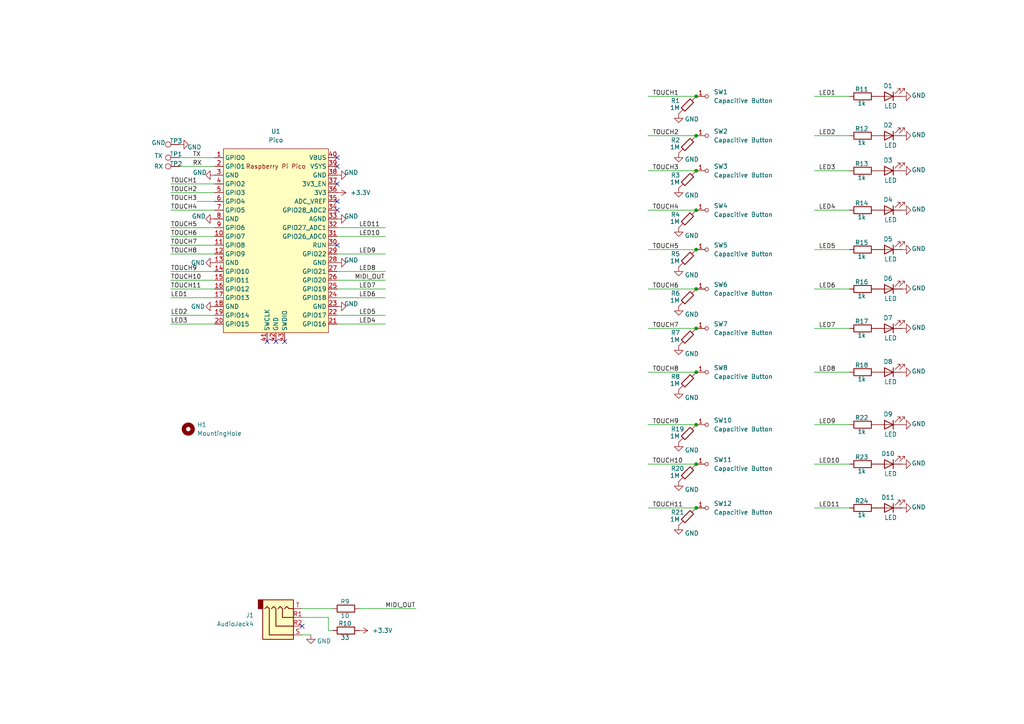
<source format=kicad_sch>
(kicad_sch (version 20231120) (generator "eeschema") (generator_version "8.0")
  (paper "A4")
  (lib_symbols
    (symbol "Connector:TestPoint" (pin_numbers hide) (pin_names (offset 0.762) hide)
      (property "Reference" "TP" (at 0 6.858 0))
      (property "Value" "TestPoint" (at 0 5.08 0))
      (symbol "TestPoint_0_1"
        (circle (center 0 3.302) (radius 0.762))
      )
      (symbol "TestPoint_1_1"
        (pin passive line (at 0 0 90) (length 2.54) (name "1") (number "1"))
      )
    )
    (symbol "Connector_Audio:AudioJack4"
      (property "Reference" "J" (at 0 8.89 0))
      (property "Value" "AudioJack4" (at 0 6.35 0))
      (symbol "AudioJack4_0_1"
        (rectangle (start -6.35 -5.08) (end -7.62 -7.62) (stroke (width 0.254)) (fill (type outline)))
        (polyline (pts (xy 0 -5.08) (xy 0.635 -5.715) (xy 1.27 -5.08) (xy 2.54 -5.08)) (stroke (width 0.254)))
        (polyline (pts (xy -5.715 -5.08) (xy -5.08 -5.715) (xy -4.445 -5.08) (xy -4.445 2.54) (xy 2.54 2.54)) (stroke (width 0.254)))
        (polyline (pts (xy -1.905 -5.08) (xy -1.27 -5.715) (xy -0.635 -5.08) (xy -0.635 -2.54) (xy 2.54 -2.54)) (stroke (width 0.254)))
        (polyline (pts (xy 2.54 0) (xy -2.54 0) (xy -2.54 -5.08) (xy -3.175 -5.715) (xy -3.81 -5.08)) (stroke (width 0.254)))
        (rectangle (start 2.54 3.81) (end -6.35 -7.62) (stroke (width 0.254)) (fill (type background)))
      )
      (symbol "AudioJack4_1_1"
        (pin passive line (at 5.08 -2.54 180) (length 2.54) (name "~") (number "R1"))
        (pin passive line (at 5.08 0 180) (length 2.54) (name "~") (number "R2"))
        (pin passive line (at 5.08 2.54 180) (length 2.54) (name "~") (number "S"))
        (pin passive line (at 5.08 -5.08 180) (length 2.54) (name "~") (number "T"))
      )
    )
    (symbol "Device:LED" (pin_numbers hide) (pin_names (offset 1.016) hide)
      (property "Reference" "D" (at 0 2.54 0))
      (property "Value" "LED" (at 0 -2.54 0))
      (symbol "LED_0_1"
        (polyline (pts (xy -1.27 -1.27) (xy -1.27 1.27)) (stroke (width 0.254)))
        (polyline (pts (xy -1.27 0) (xy 1.27 0)))
        (polyline (pts (xy 1.27 -1.27) (xy 1.27 1.27) (xy -1.27 0) (xy 1.27 -1.27)) (stroke (width 0.254)))
        (polyline (pts (xy -3.048 -0.762) (xy -4.572 -2.286) (xy -3.81 -2.286) (xy -4.572 -2.286) (xy -4.572 -1.524)))
        (polyline (pts (xy -1.778 -0.762) (xy -3.302 -2.286) (xy -2.54 -2.286) (xy -3.302 -2.286) (xy -3.302 -1.524)))
      )
      (symbol "LED_1_1"
        (pin passive line (at -3.81 0 0) (length 2.54) (name "K") (number "1"))
        (pin passive line (at 3.81 0 180) (length 2.54) (name "A") (number "2"))
      )
    )
    (symbol "Device:R" (pin_numbers hide) (pin_names (offset 0))
      (property "Reference" "R" (at 2.032 0 90))
      (property "Value" "R" (at 0 0 90))
      (symbol "R_0_1"
        (rectangle (start -1.016 -2.54) (end 1.016 2.54) (stroke (width 0.254)))
      )
      (symbol "R_1_1"
        (pin passive line (at 0 3.81 270) (length 1.27) (name "~") (number "1"))
        (pin passive line (at 0 -3.81 90) (length 1.27) (name "~") (number "2"))
      )
    )
    (symbol "Device:R_45deg" (pin_numbers hide) (pin_names (offset 0))
      (property "Reference" "R" (at 5.08 2.54 0))
      (property "Value" "R_45deg" (at 8.255 0.635 0))
      (symbol "R_45deg_0_1"
        (polyline (pts (xy -2.54 2.54) (xy -1.27 1.27)))
        (polyline (pts (xy 1.27 -1.27) (xy 2.54 -2.54)))
      )
      (symbol "R_45deg_1_1"
        (polyline (pts (xy -1.778 0.762) (xy 0.762 -1.778) (xy 1.778 -0.762) (xy -0.762 1.778) (xy -1.778 0.762)) (stroke (width 0.254)))
        (pin passive line (at -2.54 2.54 0) (length 0) (name "~") (number "1"))
        (pin passive line (at 2.54 -2.54 180) (length 0) (name "~") (number "2"))
      )
    )
    (symbol "MCU_RaspberryPi_and_Boards:Pico"
      (property "Reference" "U" (at -13.97 27.94 0))
      (property "Value" "Pico" (at 0 19.05 0))
      (symbol "Pico_0_0"
        (text "Raspberry Pi Pico" (at 0 21.59 0) (effects (font (size 1.27 1.27))))
      )
      (symbol "Pico_0_1"
        (rectangle (start -15.24 26.67) (end 15.24 -26.67) (fill (type background)))
      )
      (symbol "Pico_1_1"
        (pin bidirectional line (at -17.78 24.13 0) (length 2.54) (name "GPIO0") (number "1"))
        (pin bidirectional line (at -17.78 1.27 0) (length 2.54) (name "GPIO7") (number "10"))
        (pin bidirectional line (at -17.78 -1.27 0) (length 2.54) (name "GPIO8") (number "11"))
        (pin bidirectional line (at -17.78 -3.81 0) (length 2.54) (name "GPIO9") (number "12"))
        (pin power_in line (at -17.78 -6.35 0) (length 2.54) (name "GND") (number "13"))
        (pin bidirectional line (at -17.78 -8.89 0) (length 2.54) (name "GPIO10") (number "14"))
        (pin bidirectional line (at -17.78 -11.43 0) (length 2.54) (name "GPIO11") (number "15"))
        (pin bidirectional line (at -17.78 -13.97 0) (length 2.54) (name "GPIO12") (number "16"))
        (pin bidirectional line (at -17.78 -16.51 0) (length 2.54) (name "GPIO13") (number "17"))
        (pin power_in line (at -17.78 -19.05 0) (length 2.54) (name "GND") (number "18"))
        (pin bidirectional line (at -17.78 -21.59 0) (length 2.54) (name "GPIO14") (number "19"))
        (pin bidirectional line (at -17.78 21.59 0) (length 2.54) (name "GPIO1") (number "2"))
        (pin bidirectional line (at -17.78 -24.13 0) (length 2.54) (name "GPIO15") (number "20"))
        (pin bidirectional line (at 17.78 -24.13 180) (length 2.54) (name "GPIO16") (number "21"))
        (pin bidirectional line (at 17.78 -21.59 180) (length 2.54) (name "GPIO17") (number "22"))
        (pin power_in line (at 17.78 -19.05 180) (length 2.54) (name "GND") (number "23"))
        (pin bidirectional line (at 17.78 -16.51 180) (length 2.54) (name "GPIO18") (number "24"))
        (pin bidirectional line (at 17.78 -13.97 180) (length 2.54) (name "GPIO19") (number "25"))
        (pin bidirectional line (at 17.78 -11.43 180) (length 2.54) (name "GPIO20") (number "26"))
        (pin bidirectional line (at 17.78 -8.89 180) (length 2.54) (name "GPIO21") (number "27"))
        (pin power_in line (at 17.78 -6.35 180) (length 2.54) (name "GND") (number "28"))
        (pin bidirectional line (at 17.78 -3.81 180) (length 2.54) (name "GPIO22") (number "29"))
        (pin power_in line (at -17.78 19.05 0) (length 2.54) (name "GND") (number "3"))
        (pin input line (at 17.78 -1.27 180) (length 2.54) (name "RUN") (number "30"))
        (pin bidirectional line (at 17.78 1.27 180) (length 2.54) (name "GPIO26_ADC0") (number "31"))
        (pin bidirectional line (at 17.78 3.81 180) (length 2.54) (name "GPIO27_ADC1") (number "32"))
        (pin power_in line (at 17.78 6.35 180) (length 2.54) (name "AGND") (number "33"))
        (pin bidirectional line (at 17.78 8.89 180) (length 2.54) (name "GPIO28_ADC2") (number "34"))
        (pin power_in line (at 17.78 11.43 180) (length 2.54) (name "ADC_VREF") (number "35"))
        (pin power_out line (at 17.78 13.97 180) (length 2.54) (name "3V3") (number "36"))
        (pin input line (at 17.78 16.51 180) (length 2.54) (name "3V3_EN") (number "37"))
        (pin power_in line (at 17.78 19.05 180) (length 2.54) (name "GND") (number "38"))
        (pin power_in line (at 17.78 21.59 180) (length 2.54) (name "VSYS") (number "39"))
        (pin bidirectional line (at -17.78 16.51 0) (length 2.54) (name "GPIO2") (number "4"))
        (pin power_in line (at 17.78 24.13 180) (length 2.54) (name "VBUS") (number "40"))
        (pin input line (at -2.54 -29.21 90) (length 2.54) (name "SWCLK") (number "41"))
        (pin power_in line (at 0 -29.21 90) (length 2.54) (name "GND") (number "42"))
        (pin bidirectional line (at 2.54 -29.21 90) (length 2.54) (name "SWDIO") (number "43"))
        (pin bidirectional line (at -17.78 13.97 0) (length 2.54) (name "GPIO3") (number "5"))
        (pin bidirectional line (at -17.78 11.43 0) (length 2.54) (name "GPIO4") (number "6"))
        (pin bidirectional line (at -17.78 8.89 0) (length 2.54) (name "GPIO5") (number "7"))
        (pin power_in line (at -17.78 6.35 0) (length 2.54) (name "GND") (number "8"))
        (pin bidirectional line (at -17.78 3.81 0) (length 2.54) (name "GPIO6") (number "9"))
      )
    )
    (symbol "Mechanical:MountingHole" (pin_names (offset 1.016)) (exclude_from_sim yes) (in_bom no)
      (property "Reference" "H" (at 0 5.08 0))
      (property "Value" "MountingHole" (at 0 3.175 0))
      (symbol "MountingHole_0_1"
        (circle (center 0 0) (radius 1.27) (stroke (width 1.27)))
      )
    )
    (symbol "SparkFun-Switch:Capacitive Button" (pin_names (offset 0) hide)
      (property "Reference" "SW" (at 0 5.08 0))
      (property "Value" "Capacitive Button" (at 0 -2.54 0))
      (symbol "Capacitive Button_0_0"
        (circle (center 0 3.048) (radius 0.508))
      )
      (symbol "Capacitive Button_1_1"
        (pin passive line (at 0 0 90) (length 2.54) (name "A") (number "1"))
      )
    )
    (symbol "power:+3.3V" (power) (pin_numbers hide) (pin_names (offset 0) hide)
      (property "Value" "+3.3V" (at 0 3.556 0))
      (symbol "+3.3V_0_1"
        (polyline (pts (xy -0.762 1.27) (xy 0 2.54)))
        (polyline (pts (xy 0 0) (xy 0 2.54)))
        (polyline (pts (xy 0 2.54) (xy 0.762 1.27)))
      )
      (symbol "+3.3V_1_1"
        (pin power_in line (at 0 0 90) (length 0) (name "~") (number "1"))
      )
    )
    (symbol "power:GND" (power) (pin_numbers hide) (pin_names (offset 0) hide)
      (property "Value" "GND" (at 0 -3.81 0))
      (symbol "GND_0_1"
        (polyline (pts (xy 0 0) (xy 0 -1.27) (xy 1.27 -1.27) (xy 0 -2.54) (xy -1.27 -1.27) (xy 0 -1.27)))
      )
      (symbol "GND_1_1"
        (pin power_in line (at 0 0 270) (length 0) (name "~") (number "1"))
      )
    )
  )
  (junction (at 201.93 72.39))
  (junction (at 201.93 147.32))
  (junction (at 201.93 49.53))
  (junction (at 201.93 134.62))
  (junction (at 201.93 39.37))
  (junction (at 201.93 107.95))
  (junction (at 201.93 83.82))
  (junction (at 201.93 123.19))
  (junction (at 201.93 60.96))
  (junction (at 201.93 27.94))
  (junction (at 201.93 95.25))
  (no_connect (at 82.55 99.06))
  (no_connect (at 80.01 99.06))
  (no_connect (at 77.47 99.06))
  (no_connect (at 97.79 53.34))
  (no_connect (at 97.79 71.12))
  (no_connect (at 97.79 60.96))
  (no_connect (at 97.79 48.26))
  (no_connect (at 97.79 58.42))
  (no_connect (at 97.79 45.72))
  (no_connect (at 87.63 181.61))
  (wire (pts (xy 49.53 81.28) (xy 62.23 81.28)))
  (wire (pts (xy 97.79 91.44) (xy 111.76 91.44)))
  (wire (pts (xy 49.53 78.74) (xy 62.23 78.74)))
  (wire (pts (xy 49.53 53.34) (xy 62.23 53.34)))
  (wire (pts (xy 187.96 49.53) (xy 201.93 49.53)))
  (wire (pts (xy 57.15 58.42) (xy 62.23 58.42)))
  (wire (pts (xy 187.96 60.96) (xy 201.93 60.96)))
  (wire (pts (xy 236.22 147.32) (xy 246.38 147.32)))
  (wire (pts (xy 49.53 60.96) (xy 62.23 60.96)))
  (wire (pts (xy 87.63 179.07) (xy 95.25 179.07)))
  (wire (pts (xy 104.14 176.53) (xy 120.65 176.53)))
  (wire (pts (xy 52.07 45.72) (xy 62.23 45.72)))
  (wire (pts (xy 49.53 55.88) (xy 62.23 55.88)))
  (wire (pts (xy 97.79 86.36) (xy 111.76 86.36)))
  (wire (pts (xy 97.79 83.82) (xy 111.76 83.82)))
  (wire (pts (xy 49.53 83.82) (xy 62.23 83.82)))
  (wire (pts (xy 97.79 81.28) (xy 111.76 81.28)))
  (wire (pts (xy 236.22 123.19) (xy 246.38 123.19)))
  (wire (pts (xy 236.22 134.62) (xy 246.38 134.62)))
  (wire (pts (xy 187.96 123.19) (xy 201.93 123.19)))
  (wire (pts (xy 236.22 95.25) (xy 246.38 95.25)))
  (wire (pts (xy 49.53 86.36) (xy 62.23 86.36)))
  (wire (pts (xy 236.22 83.82) (xy 246.38 83.82)))
  (wire (pts (xy 97.79 73.66) (xy 111.76 73.66)))
  (wire (pts (xy 87.63 184.15) (xy 90.17 184.15)))
  (wire (pts (xy 236.22 49.53) (xy 246.38 49.53)))
  (wire (pts (xy 236.22 72.39) (xy 246.38 72.39)))
  (wire (pts (xy 97.79 93.98) (xy 111.76 93.98)))
  (wire (pts (xy 49.53 66.04) (xy 62.23 66.04)))
  (wire (pts (xy 187.96 39.37) (xy 201.93 39.37)))
  (wire (pts (xy 187.96 107.95) (xy 201.93 107.95)))
  (wire (pts (xy 187.96 83.82) (xy 201.93 83.82)))
  (wire (pts (xy 52.07 48.26) (xy 62.23 48.26)))
  (wire (pts (xy 187.96 27.94) (xy 201.93 27.94)))
  (wire (pts (xy 97.79 78.74) (xy 111.76 78.74)))
  (wire (pts (xy 187.96 72.39) (xy 201.93 72.39)))
  (wire (pts (xy 49.53 68.58) (xy 62.23 68.58)))
  (wire (pts (xy 95.25 179.07) (xy 95.25 182.88)))
  (wire (pts (xy 49.53 71.12) (xy 62.23 71.12)))
  (wire (pts (xy 187.96 147.32) (xy 201.93 147.32)))
  (wire (pts (xy 97.79 66.04) (xy 111.76 66.04)))
  (wire (pts (xy 236.22 39.37) (xy 246.38 39.37)))
  (wire (pts (xy 87.63 176.53) (xy 96.52 176.53)))
  (wire (pts (xy 236.22 27.94) (xy 246.38 27.94)))
  (wire (pts (xy 97.79 68.58) (xy 111.76 68.58)))
  (wire (pts (xy 49.53 91.44) (xy 62.23 91.44)))
  (wire (pts (xy 95.25 182.88) (xy 96.52 182.88)))
  (wire (pts (xy 187.96 134.62) (xy 201.93 134.62)))
  (wire (pts (xy 49.53 73.66) (xy 62.23 73.66)))
  (wire (pts (xy 236.22 107.95) (xy 246.38 107.95)))
  (wire (pts (xy 49.53 93.98) (xy 62.23 93.98)))
  (wire (pts (xy 187.96 95.25) (xy 201.93 95.25)))
  (wire (pts (xy 236.22 60.96) (xy 246.38 60.96)))
  (label "TOUCH6" (at 49.53 68.58 0))
  (label "TOUCH2" (at 189.23 39.37 0))
  (label "LED10" (at 237.49 134.62 0))
  (label "LED6" (at 104.14 86.36 0))
  (label "LED7" (at 237.49 95.25 0))
  (label "TOUCH7" (at 189.23 95.25 0))
  (label "TOUCH3" (at 189.23 49.53 0))
  (label "TOUCH6" (at 189.23 83.82 0))
  (label "LED5" (at 104.14 91.44 0))
  (label "MIDI_OUT" (at 111.76 176.53 0))
  (label "TX" (at 55.88 45.72 0))
  (label "TOUCH8" (at 49.53 73.66 0))
  (label "TOUCH10" (at 49.53 81.28 0))
  (label "LED3" (at 49.53 93.98 0))
  (label "TOUCH9" (at 49.53 78.74 0))
  (label "LED9" (at 237.49 123.19 0))
  (label "TOUCH5" (at 189.23 72.39 0))
  (label "LED3" (at 237.49 49.53 0))
  (label "TOUCH9" (at 189.23 123.19 0))
  (label "LED11" (at 104.14 66.04 0))
  (label "TOUCH4" (at 189.23 60.96 0))
  (label "LED8" (at 237.49 107.95 0))
  (label "LED9" (at 104.14 73.66 0))
  (label "TOUCH11" (at 49.53 83.82 0))
  (label "LED5" (at 237.49 72.39 0))
  (label "TOUCH10" (at 189.23 134.62 0))
  (label "LED1" (at 237.49 27.94 0))
  (label "MIDI_OUT" (at 102.87 81.28 0))
  (label "LED1" (at 49.53 86.36 0))
  (label "LED11" (at 237.49 147.32 0))
  (label "LED2" (at 49.53 91.44 0))
  (label "TOUCH1" (at 49.53 53.34 0))
  (label "LED2" (at 237.49 39.37 0))
  (label "TOUCH1" (at 189.23 27.94 0))
  (label "TOUCH11" (at 189.23 147.32 0))
  (label "TOUCH7" (at 49.53 71.12 0))
  (label "LED6" (at 237.49 83.82 0))
  (label "TOUCH3" (at 57.15 58.42 180))
  (label "TOUCH8" (at 189.23 107.95 0))
  (label "LED4" (at 104.14 93.98 0))
  (label "LED7" (at 104.14 83.82 0))
  (label "LED10" (at 104.14 68.58 0))
  (label "TOUCH5" (at 49.53 66.04 0))
  (label "RX" (at 55.88 48.26 0))
  (label "LED4" (at 237.49 60.96 0))
  (label "LED8" (at 104.14 78.74 0))
  (label "TOUCH2" (at 49.53 55.88 0))
  (label "TOUCH4" (at 49.53 60.96 0))
  (symbol (lib_id "Device:R") (at 250.19 95.25 90) (unit 1)
    (property "Reference" "R17" (at 249.936 93.218 90))
    (property "Value" "1k" (at 249.936 97.282 90))
    (property "Footprint" "Resistor_SMD:R_0603_1608Metric" (effects (hide yes)))
    (property "Description" "Resistor" (effects (hide yes)))
  )
  (symbol (lib_id "Connector:TestPoint") (at 52.07 41.91 90) (unit 1)
    (property "Reference" "TP3" (at 51.054 40.894 90))
    (property "Value" "GND" (at 45.974 41.402 90))
    (property "Footprint" "TestPoint:TestPoint_Pad_D2.0mm" (effects (hide yes)))
    (property "Description" "test point" (effects (hide yes)))
  )
  (symbol (lib_id "Device:LED") (at 257.81 107.95 180) (unit 1)
    (property "Reference" "D8" (at 257.556 104.902 0))
    (property "Value" "LED" (at 258.318 110.744 0))
    (property "Footprint" "todbot_stuff:LED1206_LTST-C230KRKT-cutout" (effects (hide yes)))
    (property "Description" "Light emitting diode" (effects (hide yes)))
    (property "LCSC" "C125107" (effects (hide yes)))
  )
  (symbol (lib_id "Device:R_45deg") (at 199.39 41.91 270) (unit 1)
    (property "Reference" "R2" (at 194.564 40.64 90) (effects (justify left)))
    (property "Value" "1M" (at 194.31 42.672 90) (effects (justify left)))
    (property "Footprint" "Resistor_SMD:R_0603_1608Metric" (effects (hide yes)))
    (property "Description" "Resistor, rotated by 45°" (effects (hide yes)))
  )
  (symbol (lib_id "SparkFun-Switch:Capacitive Button") (at 201.93 107.95 270) (unit 1) (in_bom no)
    (property "Reference" "SW8" (at 207.01 106.6799 90) (effects (justify left)))
    (property "Value" "Capacitive Button" (at 207.01 109.2199 90) (effects (justify left)))
    (property "Footprint" "SparkFun-Switch:Pad-CapacitiveTouch" (effects (hide yes)))
    (property "Description" "Single Pole Single Throw (SPST) switch" (effects (hide yes)))
  )
  (symbol (lib_id "Device:R_45deg") (at 199.39 52.07 270) (unit 1)
    (property "Reference" "R3" (at 194.564 50.8 90) (effects (justify left)))
    (property "Value" "1M" (at 194.31 52.832 90) (effects (justify left)))
    (property "Footprint" "Resistor_SMD:R_0603_1608Metric" (effects (hide yes)))
    (property "Description" "Resistor, rotated by 45°" (effects (hide yes)))
  )
  (symbol (lib_id "power:GND") (at 261.62 83.82 90) (unit 1)
    (property "Reference" "#PWR027" (effects (hide yes)))
    (property "Value" "GND" (at 266.446 83.566 90))
    (property "Description" "Power symbol creates a global label with name \"GND\" , ground" (effects (hide yes)))
  )
  (symbol (lib_id "Device:LED") (at 257.81 134.62 180) (unit 1)
    (property "Reference" "D10" (at 257.556 131.572 0))
    (property "Value" "LED" (at 258.318 137.414 0))
    (property "Footprint" "todbot_stuff:LED1206_LTST-C230KRKT-cutout" (effects (hide yes)))
    (property "Description" "Light emitting diode" (effects (hide yes)))
    (property "LCSC" "C125107" (effects (hide yes)))
  )
  (symbol (lib_id "power:GND") (at 196.85 54.61 0) (unit 1)
    (property "Reference" "#PWR03" (effects (hide yes)))
    (property "Value" "GND" (at 200.66 56.642 0))
    (property "Description" "Power symbol creates a global label with name \"GND\" , ground" (effects (hide yes)))
  )
  (symbol (lib_id "power:GND") (at 261.62 147.32 90) (unit 1)
    (property "Reference" "#PWR032" (effects (hide yes)))
    (property "Value" "GND" (at 266.446 147.066 90))
    (property "Description" "Power symbol creates a global label with name \"GND\" , ground" (effects (hide yes)))
  )
  (symbol (lib_id "power:GND") (at 261.62 123.19 90) (unit 1)
    (property "Reference" "#PWR030" (effects (hide yes)))
    (property "Value" "GND" (at 266.446 122.936 90))
    (property "Description" "Power symbol creates a global label with name \"GND\" , ground" (effects (hide yes)))
  )
  (symbol (lib_id "power:GND") (at 62.23 50.8 270) (unit 1)
    (property "Reference" "#PWR041" (effects (hide yes)))
    (property "Value" "GND" (at 57.912 50.038 90))
    (property "Description" "Power symbol creates a global label with name \"GND\" , ground" (effects (hide yes)))
  )
  (symbol (lib_id "power:GND") (at 62.23 63.5 270) (unit 1)
    (property "Reference" "#PWR040" (effects (hide yes)))
    (property "Value" "GND" (at 57.658 62.738 90))
    (property "Description" "Power symbol creates a global label with name \"GND\" , ground" (effects (hide yes)))
  )
  (symbol (lib_id "Device:LED") (at 257.81 123.19 180) (unit 1)
    (property "Reference" "D9" (at 257.556 120.142 0))
    (property "Value" "LED" (at 258.318 125.984 0))
    (property "Footprint" "todbot_stuff:LED1206_LTST-C230KRKT-cutout" (effects (hide yes)))
    (property "Description" "Light emitting diode" (effects (hide yes)))
    (property "LCSC" "C125107" (effects (hide yes)))
  )
  (symbol (lib_id "Device:R") (at 250.19 107.95 90) (unit 1)
    (property "Reference" "R18" (at 249.936 105.918 90))
    (property "Value" "1k" (at 249.936 109.982 90))
    (property "Footprint" "Resistor_SMD:R_0603_1608Metric" (effects (hide yes)))
    (property "Description" "Resistor" (effects (hide yes)))
  )
  (symbol (lib_id "power:GND") (at 196.85 113.03 0) (unit 1)
    (property "Reference" "#PWR08" (effects (hide yes)))
    (property "Value" "GND" (at 200.66 115.316 0))
    (property "Description" "Power symbol creates a global label with name \"GND\" , ground" (effects (hide yes)))
  )
  (symbol (lib_id "Device:R") (at 250.19 83.82 90) (unit 1)
    (property "Reference" "R16" (at 249.936 81.788 90))
    (property "Value" "1k" (at 249.936 85.852 90))
    (property "Footprint" "Resistor_SMD:R_0603_1608Metric" (effects (hide yes)))
    (property "Description" "Resistor" (effects (hide yes)))
  )
  (symbol (lib_id "power:GND") (at 196.85 44.45 0) (unit 1)
    (property "Reference" "#PWR02" (effects (hide yes)))
    (property "Value" "GND" (at 200.66 46.228 0))
    (property "Description" "Power symbol creates a global label with name \"GND\" , ground" (effects (hide yes)))
  )
  (symbol (lib_id "Device:LED") (at 257.81 147.32 180) (unit 1)
    (property "Reference" "D11" (at 257.556 144.272 0))
    (property "Value" "LED" (at 258.318 150.114 0))
    (property "Footprint" "todbot_stuff:LED1206_LTST-C230KRKT-cutout" (effects (hide yes)))
    (property "Description" "Light emitting diode" (effects (hide yes)))
    (property "LCSC" "C125107" (effects (hide yes)))
  )
  (symbol (lib_id "Device:LED") (at 257.81 83.82 180) (unit 1)
    (property "Reference" "D6" (at 257.556 80.772 0))
    (property "Value" "LED" (at 258.318 86.614 0))
    (property "Footprint" "todbot_stuff:LED1206_LTST-C230KRKT-cutout" (effects (hide yes)))
    (property "Description" "Light emitting diode" (effects (hide yes)))
    (property "LCSC" "C125107" (effects (hide yes)))
  )
  (symbol (lib_id "power:GND") (at 196.85 100.33 0) (unit 1)
    (property "Reference" "#PWR07" (effects (hide yes)))
    (property "Value" "GND" (at 200.66 102.616 0))
    (property "Description" "Power symbol creates a global label with name \"GND\" , ground" (effects (hide yes)))
  )
  (symbol (lib_id "Device:R") (at 250.19 27.94 90) (unit 1)
    (property "Reference" "R11" (at 249.936 25.908 90))
    (property "Value" "1k" (at 249.936 29.972 90))
    (property "Footprint" "Resistor_SMD:R_0603_1608Metric" (effects (hide yes)))
    (property "Description" "Resistor" (effects (hide yes)))
  )
  (symbol (lib_id "Device:R") (at 250.19 39.37 90) (unit 1)
    (property "Reference" "R12" (at 249.936 37.338 90))
    (property "Value" "1k" (at 249.936 41.402 90))
    (property "Footprint" "Resistor_SMD:R_0603_1608Metric" (effects (hide yes)))
    (property "Description" "Resistor" (effects (hide yes)))
  )
  (symbol (lib_id "power:GND") (at 97.79 63.5 90) (unit 1)
    (property "Reference" "#PWR035" (effects (hide yes)))
    (property "Value" "GND" (at 101.854 62.738 90))
    (property "Description" "Power symbol creates a global label with name \"GND\" , ground" (effects (hide yes)))
  )
  (symbol (lib_id "Device:R") (at 250.19 123.19 90) (unit 1)
    (property "Reference" "R22" (at 249.936 121.158 90))
    (property "Value" "1k" (at 249.936 125.222 90))
    (property "Footprint" "Resistor_SMD:R_0603_1608Metric" (effects (hide yes)))
    (property "Description" "Resistor" (effects (hide yes)))
  )
  (symbol (lib_id "Device:R_45deg") (at 199.39 30.48 270) (unit 1)
    (property "Reference" "R1" (at 194.564 29.21 90) (effects (justify left)))
    (property "Value" "1M" (at 194.31 31.242 90) (effects (justify left)))
    (property "Footprint" "Resistor_SMD:R_0603_1608Metric" (effects (hide yes)))
    (property "Description" "Resistor, rotated by 45°" (effects (hide yes)))
  )
  (symbol (lib_id "power:GND") (at 196.85 33.02 0) (unit 1)
    (property "Reference" "#PWR01" (effects (hide yes)))
    (property "Value" "GND" (at 200.66 34.544 0))
    (property "Description" "Power symbol creates a global label with name \"GND\" , ground" (effects (hide yes)))
  )
  (symbol (lib_id "SparkFun-Switch:Capacitive Button") (at 201.93 83.82 270) (unit 1) (in_bom no)
    (property "Reference" "SW6" (at 207.01 82.5499 90) (effects (justify left)))
    (property "Value" "Capacitive Button" (at 207.01 85.0899 90) (effects (justify left)))
    (property "Footprint" "SparkFun-Switch:Pad-CapacitiveTouch" (effects (hide yes)))
    (property "Description" "Single Pole Single Throw (SPST) switch" (effects (hide yes)))
  )
  (symbol (lib_id "power:GND") (at 90.17 184.15 0) (unit 1)
    (property "Reference" "#PWR012" (effects (hide yes)))
    (property "Value" "GND" (at 93.98 185.928 0))
    (property "Description" "Power symbol creates a global label with name \"GND\" , ground" (effects (hide yes)))
  )
  (symbol (lib_id "Device:R") (at 250.19 147.32 90) (unit 1)
    (property "Reference" "R24" (at 249.936 145.288 90))
    (property "Value" "1k" (at 249.936 149.352 90))
    (property "Footprint" "Resistor_SMD:R_0603_1608Metric" (effects (hide yes)))
    (property "Description" "Resistor" (effects (hide yes)))
  )
  (symbol (lib_id "Device:R_45deg") (at 199.39 149.86 270) (unit 1)
    (property "Reference" "R21" (at 194.564 148.59 90) (effects (justify left)))
    (property "Value" "1M" (at 194.31 150.622 90) (effects (justify left)))
    (property "Footprint" "Resistor_SMD:R_0603_1608Metric" (effects (hide yes)))
    (property "Description" "Resistor, rotated by 45°" (effects (hide yes)))
  )
  (symbol (lib_id "Device:LED") (at 257.81 72.39 180) (unit 1)
    (property "Reference" "D5" (at 257.556 69.342 0))
    (property "Value" "LED" (at 258.318 75.184 0))
    (property "Footprint" "todbot_stuff:LED1206_LTST-C230KRKT-cutout" (effects (hide yes)))
    (property "Description" "Light emitting diode" (effects (hide yes)))
    (property "LCSC" "C125107" (effects (hide yes)))
  )
  (symbol (lib_id "power:GND") (at 196.85 128.27 0) (unit 1)
    (property "Reference" "#PWR022" (effects (hide yes)))
    (property "Value" "GND" (at 200.66 130.556 0))
    (property "Description" "Power symbol creates a global label with name \"GND\" , ground" (effects (hide yes)))
  )
  (symbol (lib_id "Device:R_45deg") (at 199.39 86.36 270) (unit 1)
    (property "Reference" "R6" (at 194.564 85.09 90) (effects (justify left)))
    (property "Value" "1M" (at 194.31 87.122 90) (effects (justify left)))
    (property "Footprint" "Resistor_SMD:R_0603_1608Metric" (effects (hide yes)))
    (property "Description" "Resistor, rotated by 45°" (effects (hide yes)))
  )
  (symbol (lib_id "SparkFun-Switch:Capacitive Button") (at 201.93 134.62 270) (unit 1) (in_bom no)
    (property "Reference" "SW11" (at 207.01 133.3499 90) (effects (justify left)))
    (property "Value" "Capacitive Button" (at 207.01 135.8899 90) (effects (justify left)))
    (property "Footprint" "SparkFun-Switch:Pad-CapacitiveTouch" (effects (hide yes)))
    (property "Description" "Single Pole Single Throw (SPST) switch" (effects (hide yes)))
  )
  (symbol (lib_id "power:GND") (at 261.62 107.95 90) (unit 1)
    (property "Reference" "#PWR029" (effects (hide yes)))
    (property "Value" "GND" (at 266.446 107.696 90))
    (property "Description" "Power symbol creates a global label with name \"GND\" , ground" (effects (hide yes)))
  )
  (symbol (lib_id "power:GND") (at 52.07 41.91 90) (unit 1)
    (property "Reference" "#PWR010" (effects (hide yes)))
    (property "Value" "GND" (at 56.388 42.672 90))
    (property "Description" "Power symbol creates a global label with name \"GND\" , ground" (effects (hide yes)))
  )
  (symbol (lib_id "power:GND") (at 261.62 60.96 90) (unit 1)
    (property "Reference" "#PWR025" (effects (hide yes)))
    (property "Value" "GND" (at 266.446 60.706 90))
    (property "Description" "Power symbol creates a global label with name \"GND\" , ground" (effects (hide yes)))
  )
  (symbol (lib_id "Device:R") (at 100.33 182.88 90) (unit 1)
    (property "Reference" "R10" (at 100.076 180.848 90))
    (property "Value" "33" (at 100.076 184.912 90))
    (property "Footprint" "Resistor_SMD:R_0603_1608Metric" (effects (hide yes)))
    (property "Description" "Resistor" (effects (hide yes)))
  )
  (symbol (lib_id "power:GND") (at 62.23 76.2 270) (unit 1)
    (property "Reference" "#PWR039" (effects (hide yes)))
    (property "Value" "GND" (at 57.404 76.2 90))
    (property "Description" "Power symbol creates a global label with name \"GND\" , ground" (effects (hide yes)))
  )
  (symbol (lib_id "Device:R_45deg") (at 199.39 110.49 270) (unit 1)
    (property "Reference" "R8" (at 194.564 109.22 90) (effects (justify left)))
    (property "Value" "1M" (at 194.31 111.252 90) (effects (justify left)))
    (property "Footprint" "Resistor_SMD:R_0603_1608Metric" (effects (hide yes)))
    (property "Description" "Resistor, rotated by 45°" (effects (hide yes)))
  )
  (symbol (lib_id "power:GND") (at 97.79 76.2 90) (unit 1)
    (property "Reference" "#PWR036" (effects (hide yes)))
    (property "Value" "GND" (at 101.854 75.438 90))
    (property "Description" "Power symbol creates a global label with name \"GND\" , ground" (effects (hide yes)))
  )
  (symbol (lib_id "Device:R_45deg") (at 199.39 63.5 270) (unit 1)
    (property "Reference" "R4" (at 194.564 62.23 90) (effects (justify left)))
    (property "Value" "1M" (at 194.31 64.262 90) (effects (justify left)))
    (property "Footprint" "Resistor_SMD:R_0603_1608Metric" (effects (hide yes)))
    (property "Description" "Resistor, rotated by 45°" (effects (hide yes)))
  )
  (symbol (lib_id "power:GND") (at 97.79 88.9 90) (unit 1)
    (property "Reference" "#PWR037" (effects (hide yes)))
    (property "Value" "GND" (at 101.854 88.138 90))
    (property "Description" "Power symbol creates a global label with name \"GND\" , ground" (effects (hide yes)))
  )
  (symbol (lib_id "Connector:TestPoint") (at 52.07 48.26 90) (unit 1)
    (property "Reference" "TP2" (at 51.054 47.498 90))
    (property "Value" "RX" (at 45.974 48.26 90))
    (property "Footprint" "TestPoint:TestPoint_Pad_D2.0mm" (effects (hide yes)))
    (property "Description" "test point" (effects (hide yes)))
  )
  (symbol (lib_id "Device:LED") (at 257.81 60.96 180) (unit 1)
    (property "Reference" "D4" (at 257.556 57.912 0))
    (property "Value" "LED" (at 258.318 63.754 0))
    (property "Footprint" "todbot_stuff:LED1206_LTST-C230KRKT-cutout" (effects (hide yes)))
    (property "Description" "Light emitting diode" (effects (hide yes)))
    (property "LCSC" "C125107" (effects (hide yes)))
  )
  (symbol (lib_id "Mechanical:MountingHole") (at 54.61 124.46 0) (unit 1) (exclude_from_sim yes) (in_bom no)
    (property "Reference" "H1" (at 57.15 123.1899 0) (effects (justify left)))
    (property "Value" "MountingHole" (at 57.15 125.7299 0) (effects (justify left)))
    (property "Footprint" "MountingHole:MountingHole_2.5mm" (effects (hide yes)))
    (property "Description" "Mounting Hole without connection" (effects (hide yes)))
  )
  (symbol (lib_id "Device:LED") (at 257.81 95.25 180) (unit 1)
    (property "Reference" "D7" (at 257.556 92.202 0))
    (property "Value" "LED" (at 258.318 98.044 0))
    (property "Footprint" "todbot_stuff:LED1206_LTST-C230KRKT-cutout" (effects (hide yes)))
    (property "Description" "Light emitting diode" (effects (hide yes)))
    (property "LCSC" "C125107" (effects (hide yes)))
  )
  (symbol (lib_id "power:GND") (at 196.85 88.9 0) (unit 1)
    (property "Reference" "#PWR06" (effects (hide yes)))
    (property "Value" "GND" (at 200.66 91.186 0))
    (property "Description" "Power symbol creates a global label with name \"GND\" , ground" (effects (hide yes)))
  )
  (symbol (lib_id "SparkFun-Switch:Capacitive Button") (at 201.93 95.25 270) (unit 1) (in_bom no)
    (property "Reference" "SW7" (at 207.01 93.9799 90) (effects (justify left)))
    (property "Value" "Capacitive Button" (at 207.01 96.5199 90) (effects (justify left)))
    (property "Footprint" "SparkFun-Switch:Pad-CapacitiveTouch" (effects (hide yes)))
    (property "Description" "Single Pole Single Throw (SPST) switch" (effects (hide yes)))
  )
  (symbol (lib_id "power:GND") (at 196.85 66.04 0) (unit 1)
    (property "Reference" "#PWR04" (effects (hide yes)))
    (property "Value" "GND" (at 200.66 68.326 0))
    (property "Description" "Power symbol creates a global label with name \"GND\" , ground" (effects (hide yes)))
  )
  (symbol (lib_id "Device:R") (at 250.19 134.62 90) (unit 1)
    (property "Reference" "R23" (at 249.936 132.588 90))
    (property "Value" "1k" (at 249.936 136.652 90))
    (property "Footprint" "Resistor_SMD:R_0603_1608Metric" (effects (hide yes)))
    (property "Description" "Resistor" (effects (hide yes)))
  )
  (symbol (lib_id "power:GND") (at 261.62 39.37 90) (unit 1)
    (property "Reference" "#PWR020" (effects (hide yes)))
    (property "Value" "GND" (at 266.446 39.116 90))
    (property "Description" "Power symbol creates a global label with name \"GND\" , ground" (effects (hide yes)))
  )
  (symbol (lib_id "Connector_Audio:AudioJack4") (at 82.55 181.61 0) (mirror x) (unit 1)
    (property "Reference" "J1" (at 73.66 178.4349 0) (effects (justify right)))
    (property "Value" "AudioJack4" (at 73.66 180.9749 0) (effects (justify right)))
    (property "Footprint" "todbot_stuff:Jack_3.5mm_PJ320D_Horizontal" (effects (hide yes)))
    (property "Description" "Audio Jack, 4 Poles (TRRS)" (effects (hide yes)))
  )
  (symbol (lib_id "Device:R_45deg") (at 199.39 125.73 270) (unit 1)
    (property "Reference" "R19" (at 194.564 124.46 90) (effects (justify left)))
    (property "Value" "1M" (at 194.31 126.492 90) (effects (justify left)))
    (property "Footprint" "Resistor_SMD:R_0603_1608Metric" (effects (hide yes)))
    (property "Description" "Resistor, rotated by 45°" (effects (hide yes)))
  )
  (symbol (lib_id "power:GND") (at 261.62 134.62 90) (unit 1)
    (property "Reference" "#PWR031" (effects (hide yes)))
    (property "Value" "GND" (at 266.446 134.366 90))
    (property "Description" "Power symbol creates a global label with name \"GND\" , ground" (effects (hide yes)))
  )
  (symbol (lib_id "power:+3.3V") (at 104.14 182.88 270) (unit 1)
    (property "Reference" "#PWR09" (effects (hide yes)))
    (property "Value" "+3.3V" (at 107.95 182.8799 90) (effects (justify left)))
    (property "Description" "Power symbol creates a global label with name \"+3.3V\"" (effects (hide yes)))
  )
  (symbol (lib_id "Device:R") (at 100.33 176.53 90) (unit 1)
    (property "Reference" "R9" (at 100.076 174.498 90))
    (property "Value" "10" (at 100.076 178.562 90))
    (property "Footprint" "Resistor_SMD:R_0603_1608Metric" (effects (hide yes)))
    (property "Description" "Resistor" (effects (hide yes)))
  )
  (symbol (lib_id "power:+3.3V") (at 97.79 55.88 270) (unit 1)
    (property "Reference" "#PWR033" (effects (hide yes)))
    (property "Value" "+3.3V" (at 101.6 55.8799 90) (effects (justify left)))
    (property "Description" "Power symbol creates a global label with name \"+3.3V\"" (effects (hide yes)))
  )
  (symbol (lib_id "SparkFun-Switch:Capacitive Button") (at 201.93 147.32 270) (unit 1) (in_bom no)
    (property "Reference" "SW12" (at 207.01 146.0499 90) (effects (justify left)))
    (property "Value" "Capacitive Button" (at 207.01 148.5899 90) (effects (justify left)))
    (property "Footprint" "SparkFun-Switch:Pad-CapacitiveTouch" (effects (hide yes)))
    (property "Description" "Single Pole Single Throw (SPST) switch" (effects (hide yes)))
  )
  (symbol (lib_id "Device:R_45deg") (at 199.39 137.16 270) (unit 1)
    (property "Reference" "R20" (at 194.564 135.89 90) (effects (justify left)))
    (property "Value" "1M" (at 194.31 137.922 90) (effects (justify left)))
    (property "Footprint" "Resistor_SMD:R_0603_1608Metric" (effects (hide yes)))
    (property "Description" "Resistor, rotated by 45°" (effects (hide yes)))
  )
  (symbol (lib_id "SparkFun-Switch:Capacitive Button") (at 201.93 27.94 270) (unit 1) (in_bom no)
    (property "Reference" "SW1" (at 207.01 26.6699 90) (effects (justify left)))
    (property "Value" "Capacitive Button" (at 207.01 29.2099 90) (effects (justify left)))
    (property "Footprint" "SparkFun-Switch:Pad-CapacitiveTouch" (effects (hide yes)))
    (property "Description" "Single Pole Single Throw (SPST) switch" (effects (hide yes)))
  )
  (symbol (lib_id "power:GND") (at 196.85 152.4 0) (unit 1)
    (property "Reference" "#PWR024" (effects (hide yes)))
    (property "Value" "GND" (at 200.66 154.686 0))
    (property "Description" "Power symbol creates a global label with name \"GND\" , ground" (effects (hide yes)))
  )
  (symbol (lib_id "Device:LED") (at 257.81 27.94 180) (unit 1)
    (property "Reference" "D1" (at 257.556 24.892 0))
    (property "Value" "LED" (at 258.318 30.734 0))
    (property "Footprint" "todbot_stuff:LED1206_LTST-C230KRKT-cutout" (effects (hide yes)))
    (property "Description" "Light emitting diode" (effects (hide yes)))
    (property "LCSC" "C125107" (effects (hide yes)))
  )
  (symbol (lib_id "SparkFun-Switch:Capacitive Button") (at 201.93 60.96 270) (unit 1) (in_bom no)
    (property "Reference" "SW4" (at 207.01 59.6899 90) (effects (justify left)))
    (property "Value" "Capacitive Button" (at 207.01 62.2299 90) (effects (justify left)))
    (property "Footprint" "SparkFun-Switch:Pad-CapacitiveTouch" (effects (hide yes)))
    (property "Description" "Single Pole Single Throw (SPST) switch" (effects (hide yes)))
  )
  (symbol (lib_id "Connector:TestPoint") (at 52.07 45.72 90) (unit 1)
    (property "Reference" "TP1" (at 51.054 44.704 90))
    (property "Value" "TX" (at 45.974 45.212 90))
    (property "Footprint" "TestPoint:TestPoint_Pad_D2.0mm" (effects (hide yes)))
    (property "Description" "test point" (effects (hide yes)))
  )
  (symbol (lib_id "SparkFun-Switch:Capacitive Button") (at 201.93 49.53 270) (unit 1) (in_bom no)
    (property "Reference" "SW3" (at 207.01 48.2599 90) (effects (justify left)))
    (property "Value" "Capacitive Button" (at 207.01 50.7999 90) (effects (justify left)))
    (property "Footprint" "SparkFun-Switch:Pad-CapacitiveTouch" (effects (hide yes)))
    (property "Description" "Single Pole Single Throw (SPST) switch" (effects (hide yes)))
  )
  (symbol (lib_id "SparkFun-Switch:Capacitive Button") (at 201.93 72.39 270) (unit 1) (in_bom no)
    (property "Reference" "SW5" (at 207.01 71.1199 90) (effects (justify left)))
    (property "Value" "Capacitive Button" (at 207.01 73.6599 90) (effects (justify left)))
    (property "Footprint" "SparkFun-Switch:Pad-CapacitiveTouch" (effects (hide yes)))
    (property "Description" "Single Pole Single Throw (SPST) switch" (effects (hide yes)))
  )
  (symbol (lib_id "power:GND") (at 261.62 72.39 90) (unit 1)
    (property "Reference" "#PWR026" (effects (hide yes)))
    (property "Value" "GND" (at 266.446 72.136 90))
    (property "Description" "Power symbol creates a global label with name \"GND\" , ground" (effects (hide yes)))
  )
  (symbol (lib_id "power:GND") (at 62.23 88.9 270) (unit 1)
    (property "Reference" "#PWR038" (effects (hide yes)))
    (property "Value" "GND" (at 57.404 88.9 90))
    (property "Description" "Power symbol creates a global label with name \"GND\" , ground" (effects (hide yes)))
  )
  (symbol (lib_id "Device:R") (at 250.19 60.96 90) (unit 1)
    (property "Reference" "R14" (at 249.936 58.928 90))
    (property "Value" "1k" (at 249.936 62.992 90))
    (property "Footprint" "Resistor_SMD:R_0603_1608Metric" (effects (hide yes)))
    (property "Description" "Resistor" (effects (hide yes)))
  )
  (symbol (lib_id "power:GND") (at 196.85 77.47 0) (unit 1)
    (property "Reference" "#PWR05" (effects (hide yes)))
    (property "Value" "GND" (at 200.66 79.756 0))
    (property "Description" "Power symbol creates a global label with name \"GND\" , ground" (effects (hide yes)))
  )
  (symbol (lib_id "Device:LED") (at 257.81 49.53 180) (unit 1)
    (property "Reference" "D3" (at 257.556 46.482 0))
    (property "Value" "LED" (at 258.318 52.324 0))
    (property "Footprint" "todbot_stuff:LED1206_LTST-C230KRKT-cutout" (effects (hide yes)))
    (property "Description" "Light emitting diode" (effects (hide yes)))
    (property "LCSC" "C125107" (effects (hide yes)))
  )
  (symbol (lib_id "Device:R") (at 250.19 72.39 90) (unit 1)
    (property "Reference" "R15" (at 249.936 70.358 90))
    (property "Value" "1k" (at 249.936 74.422 90))
    (property "Footprint" "Resistor_SMD:R_0603_1608Metric" (effects (hide yes)))
    (property "Description" "Resistor" (effects (hide yes)))
  )
  (symbol (lib_id "Device:LED") (at 257.81 39.37 180) (unit 1)
    (property "Reference" "D2" (at 257.556 36.322 0))
    (property "Value" "LED" (at 258.318 42.164 0))
    (property "Footprint" "todbot_stuff:LED1206_LTST-C230KRKT-cutout" (effects (hide yes)))
    (property "Description" "Light emitting diode" (effects (hide yes)))
    (property "LCSC" "C125107" (effects (hide yes)))
  )
  (symbol (lib_id "power:GND") (at 261.62 27.94 90) (unit 1)
    (property "Reference" "#PWR019" (effects (hide yes)))
    (property "Value" "GND" (at 266.446 27.686 90))
    (property "Description" "Power symbol creates a global label with name \"GND\" , ground" (effects (hide yes)))
  )
  (symbol (lib_id "power:GND") (at 261.62 95.25 90) (unit 1)
    (property "Reference" "#PWR028" (effects (hide yes)))
    (property "Value" "GND" (at 266.446 94.996 90))
    (property "Description" "Power symbol creates a global label with name \"GND\" , ground" (effects (hide yes)))
  )
  (symbol (lib_id "Device:R_45deg") (at 199.39 97.79 270) (unit 1)
    (property "Reference" "R7" (at 194.564 96.52 90) (effects (justify left)))
    (property "Value" "1M" (at 194.31 98.552 90) (effects (justify left)))
    (property "Footprint" "Resistor_SMD:R_0603_1608Metric" (effects (hide yes)))
    (property "Description" "Resistor, rotated by 45°" (effects (hide yes)))
  )
  (symbol (lib_id "MCU_RaspberryPi_and_Boards:Pico") (at 80.01 69.85 0) (unit 1)
    (property "Reference" "U1" (at 80.01 38.1 0))
    (property "Value" "Pico" (at 80.01 40.64 0))
    (property "Footprint" "todbot_RPI_Pico:RPi_Pico_SMD" (effects (hide yes)))
  )
  (symbol (lib_id "power:GND") (at 261.62 49.53 90) (unit 1)
    (property "Reference" "#PWR021" (effects (hide yes)))
    (property "Value" "GND" (at 266.446 49.276 90))
    (property "Description" "Power symbol creates a global label with name \"GND\" , ground" (effects (hide yes)))
  )
  (symbol (lib_id "power:GND") (at 196.85 139.7 0) (unit 1)
    (property "Reference" "#PWR023" (effects (hide yes)))
    (property "Value" "GND" (at 200.66 141.986 0))
    (property "Description" "Power symbol creates a global label with name \"GND\" , ground" (effects (hide yes)))
  )
  (symbol (lib_id "Device:R") (at 250.19 49.53 90) (unit 1)
    (property "Reference" "R13" (at 249.936 47.498 90))
    (property "Value" "1k" (at 249.936 51.562 90))
    (property "Footprint" "Resistor_SMD:R_0603_1608Metric" (effects (hide yes)))
    (property "Description" "Resistor" (effects (hide yes)))
  )
  (symbol (lib_id "power:GND") (at 97.79 50.8 90) (unit 1)
    (property "Reference" "#PWR034" (effects (hide yes)))
    (property "Value" "GND" (at 101.854 50.038 90))
    (property "Description" "Power symbol creates a global label with name \"GND\" , ground" (effects (hide yes)))
  )
  (symbol (lib_id "SparkFun-Switch:Capacitive Button") (at 201.93 123.19 270) (unit 1) (in_bom no)
    (property "Reference" "SW10" (at 207.01 121.9199 90) (effects (justify left)))
    (property "Value" "Capacitive Button" (at 207.01 124.4599 90) (effects (justify left)))
    (property "Footprint" "SparkFun-Switch:Pad-CapacitiveTouch" (effects (hide yes)))
    (property "Description" "Single Pole Single Throw (SPST) switch" (effects (hide yes)))
  )
  (symbol (lib_id "SparkFun-Switch:Capacitive Button") (at 201.93 39.37 270) (unit 1) (in_bom no)
    (property "Reference" "SW2" (at 207.01 38.0999 90) (effects (justify left)))
    (property "Value" "Capacitive Button" (at 207.01 40.6399 90) (effects (justify left)))
    (property "Footprint" "SparkFun-Switch:Pad-CapacitiveTouch" (effects (hide yes)))
    (property "Description" "Single Pole Single Throw (SPST) switch" (effects (hide yes)))
  )
  (symbol (lib_id "Device:R_45deg") (at 199.39 74.93 270) (unit 1)
    (property "Reference" "R5" (at 194.564 73.66 90) (effects (justify left)))
    (property "Value" "1M" (at 194.31 75.692 90) (effects (justify left)))
    (property "Footprint" "Resistor_SMD:R_0603_1608Metric" (effects (hide yes)))
    (property "Description" "Resistor, rotated by 45°" (effects (hide yes)))
  )
)
</source>
